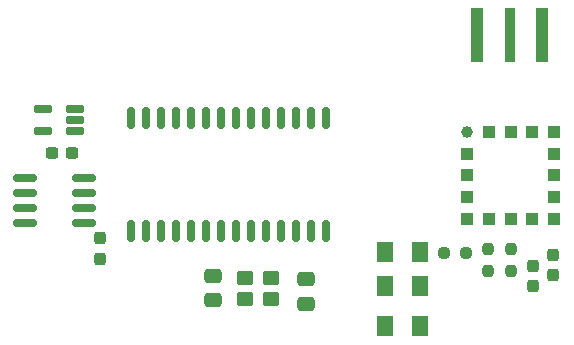
<source format=gtp>
%TF.GenerationSoftware,KiCad,Pcbnew,9.0.5+dfsg-1*%
%TF.CreationDate,2026-01-16T04:56:34+00:00*%
%TF.ProjectId,gps_2,6770735f-322e-46b6-9963-61645f706362,AA*%
%TF.SameCoordinates,Original*%
%TF.FileFunction,Paste,Top*%
%TF.FilePolarity,Positive*%
%FSLAX46Y46*%
G04 Gerber Fmt 4.6, Leading zero omitted, Abs format (unit mm)*
G04 Created by KiCad (PCBNEW 9.0.5+dfsg-1) date 2026-01-16 04:56:34*
%MOMM*%
%LPD*%
G01*
G04 APERTURE LIST*
G04 Aperture macros list*
%AMRoundRect*
0 Rectangle with rounded corners*
0 $1 Rounding radius*
0 $2 $3 $4 $5 $6 $7 $8 $9 X,Y pos of 4 corners*
0 Add a 4 corners polygon primitive as box body*
4,1,4,$2,$3,$4,$5,$6,$7,$8,$9,$2,$3,0*
0 Add four circle primitives for the rounded corners*
1,1,$1+$1,$2,$3*
1,1,$1+$1,$4,$5*
1,1,$1+$1,$6,$7*
1,1,$1+$1,$8,$9*
0 Add four rect primitives between the rounded corners*
20,1,$1+$1,$2,$3,$4,$5,0*
20,1,$1+$1,$4,$5,$6,$7,0*
20,1,$1+$1,$6,$7,$8,$9,0*
20,1,$1+$1,$8,$9,$2,$3,0*%
G04 Aperture macros list end*
%ADD10RoundRect,0.250000X0.475000X-0.337500X0.475000X0.337500X-0.475000X0.337500X-0.475000X-0.337500X0*%
%ADD11RoundRect,0.250000X-0.475000X0.337500X-0.475000X-0.337500X0.475000X-0.337500X0.475000X0.337500X0*%
%ADD12RoundRect,0.250000X0.450000X0.350000X-0.450000X0.350000X-0.450000X-0.350000X0.450000X-0.350000X0*%
%ADD13RoundRect,0.150000X0.150000X-0.750000X0.150000X0.750000X-0.150000X0.750000X-0.150000X-0.750000X0*%
%ADD14RoundRect,0.150000X-0.825000X-0.150000X0.825000X-0.150000X0.825000X0.150000X-0.825000X0.150000X0*%
%ADD15RoundRect,0.162500X0.617500X0.162500X-0.617500X0.162500X-0.617500X-0.162500X0.617500X-0.162500X0*%
%ADD16R,0.850000X4.560000*%
%ADD17R,1.000000X4.560000*%
%ADD18RoundRect,0.250001X0.462499X0.624999X-0.462499X0.624999X-0.462499X-0.624999X0.462499X-0.624999X0*%
%ADD19RoundRect,0.237500X-0.237500X0.300000X-0.237500X-0.300000X0.237500X-0.300000X0.237500X0.300000X0*%
%ADD20RoundRect,0.237500X-0.300000X-0.237500X0.300000X-0.237500X0.300000X0.237500X-0.300000X0.237500X0*%
%ADD21RoundRect,0.237500X-0.237500X0.287500X-0.237500X-0.287500X0.237500X-0.287500X0.237500X0.287500X0*%
%ADD22C,0.990600*%
%ADD23R,0.990600X0.990600*%
%ADD24RoundRect,0.237500X-0.237500X0.250000X-0.237500X-0.250000X0.237500X-0.250000X0.237500X0.250000X0*%
%ADD25RoundRect,0.237500X0.250000X0.237500X-0.250000X0.237500X-0.250000X-0.237500X0.250000X-0.237500X0*%
%ADD26RoundRect,0.250001X-0.462499X-0.624999X0.462499X-0.624999X0.462499X0.624999X-0.462499X0.624999X0*%
G04 APERTURE END LIST*
D10*
%TO.C,C11*%
X148070000Y-124777500D03*
X148070000Y-122702500D03*
%TD*%
D11*
%TO.C,C12*%
X155950000Y-123000000D03*
X155950000Y-125075000D03*
%TD*%
D12*
%TO.C,Y1*%
X152927499Y-122950000D03*
X150727499Y-122950000D03*
X150727499Y-124650000D03*
X152927499Y-124650000D03*
%TD*%
D13*
%TO.C,U2*%
X141145000Y-118925000D03*
X142415000Y-118925000D03*
X143685000Y-118925000D03*
X144955000Y-118925000D03*
X146225000Y-118925000D03*
X147495000Y-118925000D03*
X148765000Y-118925000D03*
X150035000Y-118925000D03*
X151305000Y-118925000D03*
X152575000Y-118925000D03*
X153845000Y-118925000D03*
X155115000Y-118925000D03*
X156385000Y-118925000D03*
X157655000Y-118925000D03*
X157655000Y-109325000D03*
X156385000Y-109325000D03*
X155115000Y-109325000D03*
X153845000Y-109325000D03*
X152575000Y-109325000D03*
X151305000Y-109325000D03*
X150035000Y-109325000D03*
X148765000Y-109325000D03*
X147495000Y-109325000D03*
X146225000Y-109325000D03*
X144955000Y-109325000D03*
X143685000Y-109325000D03*
X142415000Y-109325000D03*
X141145000Y-109325000D03*
%TD*%
D14*
%TO.C,U3*%
X132152500Y-114405000D03*
X132152500Y-115675000D03*
X132152500Y-116945000D03*
X132152500Y-118215000D03*
X137102500Y-118215000D03*
X137102500Y-116945000D03*
X137102500Y-115675000D03*
X137102500Y-114405000D03*
%TD*%
D15*
%TO.C,U4*%
X136350000Y-110467500D03*
X136350000Y-109517500D03*
X136350000Y-108567500D03*
X133650000Y-108567500D03*
X133650000Y-110467500D03*
%TD*%
D16*
%TO.C,J3*%
X173177200Y-102362000D03*
D17*
X175947200Y-102362000D03*
X170407200Y-102362000D03*
%TD*%
D18*
%TO.C,D3*%
X165580000Y-123620000D03*
X162605000Y-123620000D03*
%TD*%
D19*
%TO.C,C14*%
X138479700Y-119557800D03*
X138479700Y-121282800D03*
%TD*%
D20*
%TO.C,C5*%
X134387500Y-112290000D03*
X136112500Y-112290000D03*
%TD*%
D18*
%TO.C,D2*%
X165580000Y-127010000D03*
X162605000Y-127010000D03*
%TD*%
D21*
%TO.C,L1*%
X175125000Y-121850000D03*
X175125000Y-123600000D03*
%TD*%
D22*
%TO.C,U1*%
X169550000Y-110524000D03*
D23*
X171400001Y-110524000D03*
X173250000Y-110524000D03*
X175099999Y-110524000D03*
X176950000Y-110524000D03*
X176950000Y-112374001D03*
X176950000Y-114224000D03*
X176950000Y-116073999D03*
X176950000Y-117924000D03*
X175099999Y-117924000D03*
X173250000Y-117924000D03*
X171400001Y-117924000D03*
X169550000Y-117924000D03*
X169550000Y-116073999D03*
X169550000Y-114224000D03*
X169550000Y-112374001D03*
%TD*%
D24*
%TO.C,R2*%
X173285000Y-120467500D03*
X173285000Y-122292500D03*
%TD*%
D25*
%TO.C,R1*%
X169437500Y-120750000D03*
X167612500Y-120750000D03*
%TD*%
D24*
%TO.C,R3*%
X171325000Y-120475000D03*
X171325000Y-122300000D03*
%TD*%
D21*
%TO.C,L2*%
X176850000Y-120925000D03*
X176850000Y-122675000D03*
%TD*%
D26*
%TO.C,D1*%
X162612500Y-120700000D03*
X165587500Y-120700000D03*
%TD*%
M02*

</source>
